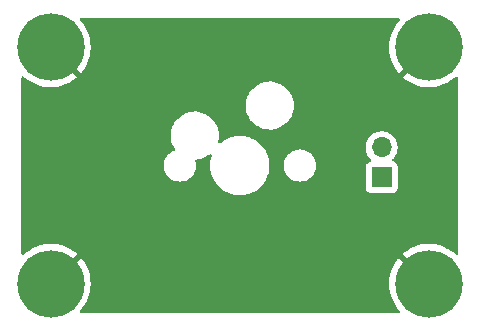
<source format=gbr>
%TF.GenerationSoftware,KiCad,Pcbnew,(5.99.0-9519-ga70106a3bd)*%
%TF.CreationDate,2021-04-17T12:17:53-04:00*%
%TF.ProjectId,hotswap-board,686f7473-7761-4702-9d62-6f6172642e6b,rev?*%
%TF.SameCoordinates,Original*%
%TF.FileFunction,Copper,L1,Top*%
%TF.FilePolarity,Positive*%
%FSLAX46Y46*%
G04 Gerber Fmt 4.6, Leading zero omitted, Abs format (unit mm)*
G04 Created by KiCad (PCBNEW (5.99.0-9519-ga70106a3bd)) date 2021-04-17 12:17:53*
%MOMM*%
%LPD*%
G01*
G04 APERTURE LIST*
%TA.AperFunction,ComponentPad*%
%ADD10C,5.700000*%
%TD*%
%TA.AperFunction,ComponentPad*%
%ADD11R,1.700000X1.700000*%
%TD*%
%TA.AperFunction,ComponentPad*%
%ADD12O,1.700000X1.700000*%
%TD*%
G04 APERTURE END LIST*
D10*
%TO.P,H4,1,1*%
%TO.N,GND*%
X-16000000Y-10000000D03*
%TD*%
%TO.P,H2,1,1*%
%TO.N,GND*%
X16000000Y-10000000D03*
%TD*%
%TO.P,H3,1,1*%
%TO.N,GND*%
X-16000000Y10000000D03*
%TD*%
%TO.P,H1,1,1*%
%TO.N,GND*%
X16000000Y10000000D03*
%TD*%
D11*
%TO.P,J1,1,Pin_1*%
%TO.N,Net-(J1-Pad1)*%
X12000000Y-1000000D03*
D12*
%TO.P,J1,2,Pin_2*%
%TO.N,Net-(J1-Pad2)*%
X12000000Y1540000D03*
%TD*%
%TA.AperFunction,Conductor*%
%TO.N,GND*%
G36*
X13507009Y12471998D02*
G01*
X13553502Y12418342D01*
X13563606Y12348068D01*
X13534699Y12284170D01*
X13330608Y12045209D01*
X13326454Y12039776D01*
X13125336Y11744949D01*
X13121801Y11739112D01*
X12953694Y11424275D01*
X12950813Y11418096D01*
X12817689Y11086940D01*
X12815498Y11080505D01*
X12718913Y10736894D01*
X12717430Y10730258D01*
X12658521Y10378235D01*
X12657762Y10371463D01*
X12637216Y10015138D01*
X12637192Y10008343D01*
X12655251Y9651866D01*
X12655961Y9645110D01*
X12712411Y9292681D01*
X12713850Y9286026D01*
X12808030Y8941763D01*
X12810179Y8935302D01*
X12940991Y8603216D01*
X12943822Y8597033D01*
X13109734Y8281016D01*
X13113217Y8275174D01*
X13312292Y7978919D01*
X13316385Y7973489D01*
X13440892Y7825631D01*
X13453631Y7817187D01*
X13464074Y7823284D01*
X15910905Y10270115D01*
X15973217Y10304141D01*
X16044032Y10299076D01*
X16089095Y10270115D01*
X16270115Y10089095D01*
X16304141Y10026783D01*
X16299076Y9955968D01*
X16270115Y9910905D01*
X13821361Y7462151D01*
X13813747Y7448207D01*
X13813823Y7447137D01*
X13817008Y7442303D01*
X14097304Y7227224D01*
X14102934Y7223369D01*
X14407897Y7037948D01*
X14413899Y7034730D01*
X14737114Y6883326D01*
X14743419Y6880778D01*
X15081099Y6765164D01*
X15087650Y6763311D01*
X15435827Y6684846D01*
X15442546Y6683709D01*
X15797170Y6643304D01*
X15803960Y6642901D01*
X16160869Y6641033D01*
X16167670Y6641365D01*
X16522697Y6678053D01*
X16529425Y6679119D01*
X16878419Y6753938D01*
X16884968Y6755717D01*
X17223845Y6867789D01*
X17230187Y6870275D01*
X17554949Y7018277D01*
X17561008Y7021444D01*
X17867888Y7203657D01*
X17873552Y7207449D01*
X18158958Y7421738D01*
X18164188Y7426127D01*
X18279907Y7534415D01*
X18343313Y7566356D01*
X18413922Y7558946D01*
X18469316Y7514538D01*
X18492000Y7442415D01*
X18492000Y-7442105D01*
X18471998Y-7510226D01*
X18418342Y-7556719D01*
X18348068Y-7566823D01*
X18279267Y-7533502D01*
X18182094Y-7441288D01*
X18176925Y-7436889D01*
X17892993Y-7220590D01*
X17887369Y-7216768D01*
X17581755Y-7032409D01*
X17575738Y-7029210D01*
X17252006Y-6878939D01*
X17245670Y-6876405D01*
X16907612Y-6761979D01*
X16901044Y-6760145D01*
X16552606Y-6682899D01*
X16545867Y-6681783D01*
X16191109Y-6642617D01*
X16184328Y-6642238D01*
X15827391Y-6641615D01*
X15820618Y-6641970D01*
X15465704Y-6679899D01*
X15458994Y-6680986D01*
X15110271Y-6757020D01*
X15103696Y-6758831D01*
X14765225Y-6872082D01*
X14758903Y-6874585D01*
X14434649Y-7023725D01*
X14428606Y-7026911D01*
X14122362Y-7210195D01*
X14116716Y-7214003D01*
X13832038Y-7429303D01*
X13826848Y-7433690D01*
X13822555Y-7437735D01*
X13814532Y-7451446D01*
X13814567Y-7452286D01*
X13819618Y-7460408D01*
X16270115Y-9910905D01*
X16304141Y-9973217D01*
X16299076Y-10044032D01*
X16270115Y-10089095D01*
X16089095Y-10270115D01*
X16026783Y-10304141D01*
X15955968Y-10299076D01*
X15910905Y-10270115D01*
X13465479Y-7824689D01*
X13451942Y-7817297D01*
X13442241Y-7824084D01*
X13330595Y-7954806D01*
X13326461Y-7960214D01*
X13125336Y-8255051D01*
X13121801Y-8260888D01*
X12953694Y-8575725D01*
X12950813Y-8581904D01*
X12817689Y-8913060D01*
X12815498Y-8919495D01*
X12718913Y-9263106D01*
X12717430Y-9269742D01*
X12658521Y-9621765D01*
X12657762Y-9628537D01*
X12637216Y-9984862D01*
X12637192Y-9991657D01*
X12655251Y-10348134D01*
X12655961Y-10354890D01*
X12712411Y-10707319D01*
X12713850Y-10713974D01*
X12808030Y-11058237D01*
X12810179Y-11064698D01*
X12940991Y-11396784D01*
X12943822Y-11402967D01*
X13109734Y-11718984D01*
X13113217Y-11724826D01*
X13312286Y-12021072D01*
X13316389Y-12026516D01*
X13533918Y-12284840D01*
X13562496Y-12349831D01*
X13551401Y-12419955D01*
X13504155Y-12472949D01*
X13437538Y-12492000D01*
X-13439486Y-12492000D01*
X-13507607Y-12471998D01*
X-13554100Y-12418342D01*
X-13564204Y-12348068D01*
X-13535011Y-12283836D01*
X-13337756Y-12054505D01*
X-13333598Y-12049107D01*
X-13131439Y-11754964D01*
X-13127892Y-11749153D01*
X-12958689Y-11434908D01*
X-12955782Y-11428730D01*
X-12821501Y-11098038D01*
X-12819287Y-11091608D01*
X-12721507Y-10748346D01*
X-12720000Y-10741716D01*
X-12659859Y-10389881D01*
X-12659079Y-10383141D01*
X-12637192Y-10025275D01*
X-12637076Y-10021673D01*
X-12637006Y-10001820D01*
X-12637098Y-9998193D01*
X-12656486Y-9640200D01*
X-12657221Y-9633434D01*
X-12714899Y-9281218D01*
X-12716366Y-9274546D01*
X-12811742Y-8930634D01*
X-12813916Y-8924170D01*
X-12945885Y-8592547D01*
X-12948741Y-8586367D01*
X-13115751Y-8270939D01*
X-13119251Y-8265114D01*
X-13319363Y-7969550D01*
X-13323477Y-7964130D01*
X-13440911Y-7825656D01*
X-13453737Y-7817219D01*
X-13464062Y-7823272D01*
X-15910905Y-10270115D01*
X-15973217Y-10304141D01*
X-16044032Y-10299076D01*
X-16089095Y-10270115D01*
X-16270115Y-10089095D01*
X-16304141Y-10026783D01*
X-16299076Y-9955968D01*
X-16270115Y-9910905D01*
X-13821786Y-7462576D01*
X-13814172Y-7448632D01*
X-13814240Y-7447677D01*
X-13819183Y-7440202D01*
X-13823085Y-7436881D01*
X-14107007Y-7220590D01*
X-14112631Y-7216768D01*
X-14418245Y-7032409D01*
X-14424262Y-7029210D01*
X-14747994Y-6878939D01*
X-14754330Y-6876405D01*
X-15092388Y-6761979D01*
X-15098956Y-6760145D01*
X-15447394Y-6682899D01*
X-15454133Y-6681783D01*
X-15808891Y-6642617D01*
X-15815672Y-6642238D01*
X-16172609Y-6641615D01*
X-16179382Y-6641970D01*
X-16534296Y-6679899D01*
X-16541006Y-6680986D01*
X-16889729Y-6757020D01*
X-16896304Y-6758831D01*
X-17234775Y-6872082D01*
X-17241097Y-6874585D01*
X-17565351Y-7023725D01*
X-17571394Y-7026911D01*
X-17877638Y-7210195D01*
X-17883284Y-7214003D01*
X-18167951Y-7429295D01*
X-18173152Y-7433690D01*
X-18279587Y-7533989D01*
X-18342881Y-7566150D01*
X-18413516Y-7558986D01*
X-18469064Y-7514772D01*
X-18492000Y-7442289D01*
X-18492000Y-102301D01*
X-6440559Y-102301D01*
X-6403871Y-330078D01*
X-6329330Y-548418D01*
X-6219066Y-751076D01*
X-6076233Y-932259D01*
X-6072273Y-935830D01*
X-6072272Y-935832D01*
X-5954401Y-1042149D01*
X-5904915Y-1086785D01*
X-5900408Y-1089640D01*
X-5900405Y-1089642D01*
X-5792601Y-1157925D01*
X-5710010Y-1210238D01*
X-5705084Y-1212294D01*
X-5705083Y-1212294D01*
X-5554189Y-1275259D01*
X-5497091Y-1299085D01*
X-5491887Y-1300282D01*
X-5491886Y-1300282D01*
X-5277449Y-1349592D01*
X-5277444Y-1349593D01*
X-5272246Y-1350788D01*
X-5266918Y-1351091D01*
X-5266915Y-1351091D01*
X-5108677Y-1360076D01*
X-5041904Y-1363868D01*
X-5036597Y-1363268D01*
X-5036595Y-1363268D01*
X-4926203Y-1350788D01*
X-4812651Y-1337951D01*
X-4807530Y-1336468D01*
X-4807525Y-1336467D01*
X-4596161Y-1275259D01*
X-4596162Y-1275259D01*
X-4591043Y-1273777D01*
X-4459898Y-1210238D01*
X-4388220Y-1175510D01*
X-4383415Y-1173182D01*
X-4266512Y-1089642D01*
X-4200051Y-1042149D01*
X-4200049Y-1042147D01*
X-4195705Y-1039043D01*
X-4033280Y-875194D01*
X-3900783Y-686320D01*
X-3802004Y-477823D01*
X-3739767Y-255663D01*
X-3729223Y-154496D01*
X-3716158Y-29143D01*
X-3716157Y-29133D01*
X-3715851Y-26193D01*
X-3715600Y0D01*
X-3726042Y123061D01*
X-3734655Y224576D01*
X-3734656Y224580D01*
X-3735106Y229887D01*
X-3767629Y355192D01*
X-3765382Y426151D01*
X-3725128Y484633D01*
X-3658841Y512155D01*
X-3554666Y523104D01*
X-3460567Y532994D01*
X-3460565Y532994D01*
X-3456192Y533454D01*
X-3281767Y576943D01*
X-3184653Y601156D01*
X-3184651Y601157D01*
X-3180378Y602222D01*
X-2916819Y708707D01*
X-2670644Y850836D01*
X-2572076Y927845D01*
X-2506083Y954023D01*
X-2436412Y940365D01*
X-2385185Y891209D01*
X-2368666Y822161D01*
X-2374671Y789620D01*
X-2413620Y669745D01*
X-2428625Y623565D01*
X-2487628Y314261D01*
X-2507400Y0D01*
X-2487628Y-314261D01*
X-2428625Y-623565D01*
X-2331322Y-923036D01*
X-2197251Y-1207949D01*
X-2195133Y-1211287D01*
X-2195131Y-1211290D01*
X-2138655Y-1300282D01*
X-2028529Y-1473813D01*
X-1827816Y-1716433D01*
X-1598277Y-1931985D01*
X-1343532Y-2117068D01*
X-1340063Y-2118975D01*
X-1340060Y-2118977D01*
X-1123417Y-2238077D01*
X-1067599Y-2268763D01*
X-945524Y-2317096D01*
X-778512Y-2383221D01*
X-778509Y-2383222D01*
X-774829Y-2384679D01*
X-770995Y-2385663D01*
X-770987Y-2385666D01*
X-582204Y-2434137D01*
X-469840Y-2462987D01*
X-465912Y-2463483D01*
X-465908Y-2463484D01*
X-342078Y-2479127D01*
X-157441Y-2502452D01*
X157441Y-2502452D01*
X342078Y-2479127D01*
X465908Y-2463484D01*
X465912Y-2463483D01*
X469840Y-2462987D01*
X582204Y-2434137D01*
X770987Y-2385666D01*
X770995Y-2385663D01*
X774829Y-2384679D01*
X778509Y-2383222D01*
X778512Y-2383221D01*
X945524Y-2317096D01*
X1067599Y-2268763D01*
X1123417Y-2238077D01*
X1340060Y-2118977D01*
X1340063Y-2118975D01*
X1343532Y-2117068D01*
X1598277Y-1931985D01*
X1827816Y-1716433D01*
X2028529Y-1473813D01*
X2138655Y-1300282D01*
X2195131Y-1211290D01*
X2195133Y-1211287D01*
X2197251Y-1207949D01*
X2331322Y-923036D01*
X2428625Y-623565D01*
X2487628Y-314261D01*
X2500964Y-102301D01*
X3719441Y-102301D01*
X3756129Y-330078D01*
X3830670Y-548418D01*
X3940934Y-751076D01*
X4083767Y-932259D01*
X4087727Y-935830D01*
X4087728Y-935832D01*
X4205599Y-1042149D01*
X4255085Y-1086785D01*
X4259592Y-1089640D01*
X4259595Y-1089642D01*
X4367399Y-1157925D01*
X4449990Y-1210238D01*
X4454916Y-1212294D01*
X4454917Y-1212294D01*
X4605811Y-1275259D01*
X4662909Y-1299085D01*
X4668113Y-1300282D01*
X4668114Y-1300282D01*
X4882551Y-1349592D01*
X4882556Y-1349593D01*
X4887754Y-1350788D01*
X4893082Y-1351091D01*
X4893085Y-1351091D01*
X5051323Y-1360076D01*
X5118096Y-1363868D01*
X5123403Y-1363268D01*
X5123405Y-1363268D01*
X5233797Y-1350788D01*
X5347349Y-1337951D01*
X5352470Y-1336468D01*
X5352475Y-1336467D01*
X5563839Y-1275259D01*
X5563838Y-1275259D01*
X5568957Y-1273777D01*
X5700102Y-1210238D01*
X5771780Y-1175510D01*
X5776585Y-1173182D01*
X5893488Y-1089642D01*
X5959949Y-1042149D01*
X5959951Y-1042147D01*
X5964295Y-1039043D01*
X6126720Y-875194D01*
X6259217Y-686320D01*
X6357996Y-477823D01*
X6420233Y-255663D01*
X6430777Y-154496D01*
X6431246Y-150000D01*
X10636500Y-150000D01*
X10636500Y-1850000D01*
X10641727Y-1923079D01*
X10682904Y-2063316D01*
X10687775Y-2070895D01*
X10757051Y-2178691D01*
X10757053Y-2178694D01*
X10761923Y-2186271D01*
X10768733Y-2192172D01*
X10865569Y-2276082D01*
X10865572Y-2276084D01*
X10872381Y-2281984D01*
X11005330Y-2342700D01*
X11014245Y-2343982D01*
X11014246Y-2343982D01*
X11145552Y-2362861D01*
X11145559Y-2362862D01*
X11150000Y-2363500D01*
X12850000Y-2363500D01*
X12923079Y-2358273D01*
X13001165Y-2335345D01*
X13054670Y-2319635D01*
X13054672Y-2319634D01*
X13063316Y-2317096D01*
X13138523Y-2268763D01*
X13178691Y-2242949D01*
X13178694Y-2242947D01*
X13186271Y-2238077D01*
X13226048Y-2192172D01*
X13276082Y-2134431D01*
X13276084Y-2134428D01*
X13281984Y-2127619D01*
X13285931Y-2118977D01*
X13338958Y-2002864D01*
X13338958Y-2002863D01*
X13342700Y-1994670D01*
X13352061Y-1929562D01*
X13362861Y-1854448D01*
X13362862Y-1854441D01*
X13363500Y-1850000D01*
X13363500Y-150000D01*
X13358273Y-76921D01*
X13317096Y63316D01*
X13271393Y134431D01*
X13242949Y178691D01*
X13242947Y178694D01*
X13238077Y186271D01*
X13187742Y229887D01*
X13134431Y276082D01*
X13134428Y276084D01*
X13127619Y281984D01*
X12994670Y342700D01*
X12987612Y343715D01*
X12928687Y381583D01*
X12899193Y446164D01*
X12909296Y516438D01*
X12934427Y552803D01*
X12936199Y554590D01*
X13046030Y665383D01*
X13118133Y768166D01*
X13175375Y849764D01*
X13175376Y849766D01*
X13178439Y854132D01*
X13277153Y1062492D01*
X13339349Y1284506D01*
X13344194Y1330988D01*
X13359079Y1473813D01*
X13363249Y1513824D01*
X13363500Y1540000D01*
X13359473Y1587462D01*
X13344458Y1764424D01*
X13344457Y1764428D01*
X13344007Y1769735D01*
X13310551Y1898637D01*
X13287426Y1987731D01*
X13286084Y1992902D01*
X13234731Y2106902D01*
X13193578Y2198257D01*
X13193577Y2198259D01*
X13191388Y2203118D01*
X13062627Y2394374D01*
X12903482Y2561201D01*
X12718504Y2698829D01*
X12713753Y2701245D01*
X12713749Y2701247D01*
X12517740Y2800903D01*
X12517739Y2800903D01*
X12512982Y2803322D01*
X12372033Y2847088D01*
X12297895Y2870109D01*
X12297889Y2870110D01*
X12292792Y2871693D01*
X12187798Y2885609D01*
X12069515Y2901286D01*
X12069510Y2901286D01*
X12064230Y2901986D01*
X12058900Y2901786D01*
X12058899Y2901786D01*
X11949030Y2897661D01*
X11833831Y2893337D01*
X11751368Y2876034D01*
X11613411Y2847088D01*
X11613408Y2847087D01*
X11608184Y2845991D01*
X11393740Y2761303D01*
X11196631Y2641694D01*
X11192601Y2638197D01*
X11035595Y2501955D01*
X11022492Y2490585D01*
X11019109Y2486459D01*
X11019105Y2486455D01*
X10943604Y2394374D01*
X10876304Y2312295D01*
X10873665Y2307659D01*
X10873663Y2307656D01*
X10844506Y2256435D01*
X10762245Y2111923D01*
X10683578Y1895198D01*
X10682629Y1889949D01*
X10682628Y1889946D01*
X10660890Y1769735D01*
X10642551Y1668317D01*
X10642500Y1662977D01*
X10640423Y1446591D01*
X10640338Y1437767D01*
X10677002Y1210139D01*
X10751494Y991944D01*
X10754044Y987257D01*
X10754045Y987255D01*
X10787033Y926625D01*
X10861685Y789420D01*
X11004424Y608356D01*
X11064034Y554589D01*
X11101219Y494112D01*
X11099805Y423129D01*
X11060240Y364179D01*
X11015138Y340132D01*
X10945330Y319635D01*
X10945328Y319634D01*
X10936684Y317096D01*
X10898528Y292574D01*
X10821309Y242949D01*
X10821306Y242947D01*
X10813729Y238077D01*
X10807828Y231267D01*
X10723918Y134431D01*
X10723916Y134428D01*
X10718016Y127619D01*
X10657300Y-5330D01*
X10656018Y-14245D01*
X10656018Y-14246D01*
X10637139Y-145552D01*
X10637138Y-145559D01*
X10636500Y-150000D01*
X6431246Y-150000D01*
X6443842Y-29143D01*
X6443843Y-29133D01*
X6444149Y-26193D01*
X6444400Y0D01*
X6433958Y123061D01*
X6425345Y224576D01*
X6425344Y224580D01*
X6424894Y229887D01*
X6423556Y235044D01*
X6423555Y235048D01*
X6368275Y448030D01*
X6366933Y453201D01*
X6272175Y663556D01*
X6143329Y854938D01*
X5984079Y1021875D01*
X5798978Y1159594D01*
X5794227Y1162010D01*
X5794223Y1162012D01*
X5598078Y1261737D01*
X5598077Y1261737D01*
X5593320Y1264156D01*
X5455814Y1306853D01*
X5378088Y1330988D01*
X5378082Y1330989D01*
X5372985Y1332572D01*
X5267929Y1346496D01*
X5149557Y1362185D01*
X5149552Y1362185D01*
X5144272Y1362885D01*
X5138943Y1362685D01*
X5138941Y1362685D01*
X5028997Y1358558D01*
X4913721Y1354230D01*
X4687925Y1306853D01*
X4682969Y1304896D01*
X4682963Y1304894D01*
X4573684Y1261737D01*
X4473340Y1222109D01*
X4276100Y1102421D01*
X4272070Y1098924D01*
X4154611Y996998D01*
X4101847Y951212D01*
X4098460Y947081D01*
X3958946Y776933D01*
X3958942Y776927D01*
X3955562Y772805D01*
X3841428Y572300D01*
X3762709Y355432D01*
X3761760Y350183D01*
X3761759Y350180D01*
X3730749Y178691D01*
X3721655Y128401D01*
X3720568Y15148D01*
X3719685Y-76921D01*
X3719441Y-102301D01*
X2500964Y-102301D01*
X2507400Y0D01*
X2487628Y314261D01*
X2428625Y623565D01*
X2413621Y669745D01*
X2355129Y849764D01*
X2331322Y923036D01*
X2197251Y1207949D01*
X2190022Y1219341D01*
X2048015Y1443108D01*
X2028529Y1473813D01*
X1976226Y1537037D01*
X1940908Y1579728D01*
X1827816Y1716433D01*
X1598277Y1931985D01*
X1343532Y2117068D01*
X1336866Y2120733D01*
X1071061Y2266860D01*
X1071058Y2266861D01*
X1067599Y2268763D01*
X908318Y2331827D01*
X778512Y2383221D01*
X778509Y2383222D01*
X774829Y2384679D01*
X770995Y2385663D01*
X770987Y2385666D01*
X582204Y2434137D01*
X469840Y2462987D01*
X465912Y2463483D01*
X465908Y2463484D01*
X342078Y2479127D01*
X157441Y2502452D01*
X-157441Y2502452D01*
X-342078Y2479127D01*
X-465908Y2463484D01*
X-465912Y2463483D01*
X-469840Y2462987D01*
X-582204Y2434137D01*
X-770987Y2385666D01*
X-770995Y2385663D01*
X-774829Y2384679D01*
X-778509Y2383222D01*
X-778512Y2383221D01*
X-908318Y2331827D01*
X-1067599Y2268763D01*
X-1071058Y2266861D01*
X-1071061Y2266860D01*
X-1336865Y2120733D01*
X-1343532Y2117068D01*
X-1598277Y1931985D01*
X-1631333Y1900944D01*
X-1633789Y1898637D01*
X-1697139Y1866586D01*
X-1767761Y1873873D01*
X-1823232Y1918184D01*
X-1845941Y1985450D01*
X-1843289Y2016684D01*
X-1793242Y2252139D01*
X-1793242Y2252141D01*
X-1792329Y2256435D01*
X-1777850Y2463484D01*
X-1772807Y2535610D01*
X-1772500Y2540000D01*
X-1783384Y2695643D01*
X-1792022Y2819180D01*
X-1792023Y2819185D01*
X-1792329Y2823565D01*
X-1796678Y2844028D01*
X-1822997Y2967847D01*
X-1851429Y3101611D01*
X-1866810Y3143872D01*
X-1928567Y3313546D01*
X-1948651Y3368726D01*
X-2004854Y3474428D01*
X-2080032Y3615819D01*
X-2080036Y3615825D01*
X-2082102Y3619711D01*
X-2112598Y3661686D01*
X-2246595Y3846117D01*
X-2246597Y3846120D01*
X-2249184Y3849680D01*
X-2277514Y3879017D01*
X-2443592Y4050996D01*
X-2443596Y4050999D01*
X-2446646Y4054158D01*
X-2670644Y4229164D01*
X-2916819Y4371293D01*
X-3180378Y4477778D01*
X-3184651Y4478843D01*
X-3184653Y4478844D01*
X-3451921Y4545481D01*
X-3451919Y4545481D01*
X-3456192Y4546546D01*
X-3460560Y4547005D01*
X-3460565Y4547006D01*
X-3734523Y4575800D01*
X-3734526Y4575800D01*
X-3738892Y4576259D01*
X-3743280Y4576106D01*
X-3743286Y4576106D01*
X-4018579Y4566492D01*
X-4018585Y4566491D01*
X-4022977Y4566338D01*
X-4302916Y4516978D01*
X-4573261Y4429137D01*
X-4577214Y4427209D01*
X-4577219Y4427207D01*
X-4696372Y4369092D01*
X-4828750Y4304527D01*
X-4832389Y4302072D01*
X-4832395Y4302069D01*
X-5060764Y4148032D01*
X-5060771Y4148027D01*
X-5064410Y4145572D01*
X-5275655Y3955366D01*
X-5278484Y3951994D01*
X-5455544Y3740983D01*
X-5455548Y3740978D01*
X-5458372Y3737612D01*
X-5609006Y3496548D01*
X-5724624Y3236866D01*
X-5802976Y2963620D01*
X-5803587Y2959270D01*
X-5803588Y2959267D01*
X-5812826Y2893537D01*
X-5842537Y2682129D01*
X-5842537Y2397871D01*
X-5802976Y2116380D01*
X-5724624Y1843134D01*
X-5609006Y1583452D01*
X-5540495Y1473813D01*
X-5523485Y1446591D01*
X-5504349Y1378222D01*
X-5525214Y1310361D01*
X-5584057Y1262629D01*
X-5686660Y1222109D01*
X-5883900Y1102421D01*
X-5887930Y1098924D01*
X-6005389Y996998D01*
X-6058153Y951212D01*
X-6061540Y947081D01*
X-6201054Y776933D01*
X-6201058Y776927D01*
X-6204438Y772805D01*
X-6318572Y572300D01*
X-6397291Y355432D01*
X-6398240Y350183D01*
X-6398241Y350180D01*
X-6429251Y178691D01*
X-6438345Y128401D01*
X-6439432Y15148D01*
X-6440315Y-76921D01*
X-6440559Y-102301D01*
X-18492000Y-102301D01*
X-18492000Y5222129D01*
X507463Y5222129D01*
X507463Y4937871D01*
X547024Y4656380D01*
X625376Y4383134D01*
X740994Y4123452D01*
X891628Y3882388D01*
X894452Y3879022D01*
X894456Y3879017D01*
X982674Y3773883D01*
X1074345Y3664634D01*
X1285590Y3474428D01*
X1289229Y3471973D01*
X1289236Y3471968D01*
X1517605Y3317931D01*
X1517611Y3317928D01*
X1521250Y3315473D01*
X1525201Y3313546D01*
X1772781Y3192793D01*
X1772786Y3192791D01*
X1776739Y3190863D01*
X2047084Y3103022D01*
X2327023Y3053662D01*
X2331415Y3053509D01*
X2331421Y3053508D01*
X2606714Y3043894D01*
X2606720Y3043894D01*
X2611108Y3043741D01*
X2615474Y3044200D01*
X2615477Y3044200D01*
X2889435Y3072994D01*
X2889440Y3072995D01*
X2893808Y3073454D01*
X3030261Y3107476D01*
X3165347Y3141156D01*
X3165349Y3141157D01*
X3169622Y3142222D01*
X3433181Y3248707D01*
X3679356Y3390836D01*
X3903354Y3565842D01*
X3951617Y3615819D01*
X4097758Y3767153D01*
X4097760Y3767156D01*
X4100816Y3770320D01*
X4155886Y3846117D01*
X4265309Y3996725D01*
X4265311Y3996729D01*
X4267898Y4000289D01*
X4269964Y4004175D01*
X4269968Y4004181D01*
X4389593Y4229164D01*
X4401349Y4251274D01*
X4450881Y4387361D01*
X4497066Y4514253D01*
X4497067Y4514258D01*
X4498571Y4518389D01*
X4557671Y4796435D01*
X4577500Y5080000D01*
X4557671Y5363565D01*
X4498571Y5641611D01*
X4401349Y5908726D01*
X4331405Y6040272D01*
X4269968Y6155819D01*
X4269964Y6155825D01*
X4267898Y6159711D01*
X4184950Y6273880D01*
X4103405Y6386117D01*
X4103403Y6386120D01*
X4100816Y6389680D01*
X4002013Y6491994D01*
X3906408Y6590996D01*
X3906404Y6590999D01*
X3903354Y6594158D01*
X3679356Y6769164D01*
X3433181Y6911293D01*
X3169622Y7017778D01*
X3165349Y7018843D01*
X3165347Y7018844D01*
X2898079Y7085481D01*
X2898081Y7085481D01*
X2893808Y7086546D01*
X2889440Y7087005D01*
X2889435Y7087006D01*
X2615477Y7115800D01*
X2615474Y7115800D01*
X2611108Y7116259D01*
X2606720Y7116106D01*
X2606714Y7116106D01*
X2331421Y7106492D01*
X2331415Y7106491D01*
X2327023Y7106338D01*
X2047084Y7056978D01*
X1776739Y6969137D01*
X1772786Y6967209D01*
X1772781Y6967207D01*
X1653628Y6909092D01*
X1521250Y6844527D01*
X1517611Y6842072D01*
X1517605Y6842069D01*
X1289236Y6688032D01*
X1289229Y6688027D01*
X1285590Y6685572D01*
X1074345Y6495366D01*
X1071516Y6491994D01*
X894456Y6280983D01*
X894452Y6280978D01*
X891628Y6277612D01*
X740994Y6036548D01*
X625376Y5776866D01*
X547024Y5503620D01*
X507463Y5222129D01*
X-18492000Y5222129D01*
X-18492000Y7441860D01*
X-18471998Y7509981D01*
X-18418342Y7556474D01*
X-18348068Y7566578D01*
X-18278949Y7532954D01*
X-18191017Y7448924D01*
X-18185849Y7444496D01*
X-17902696Y7227224D01*
X-17897066Y7223369D01*
X-17592103Y7037948D01*
X-17586101Y7034730D01*
X-17262886Y6883326D01*
X-17256581Y6880778D01*
X-16918901Y6765164D01*
X-16912350Y6763311D01*
X-16564173Y6684846D01*
X-16557454Y6683709D01*
X-16202830Y6643304D01*
X-16196040Y6642901D01*
X-15839131Y6641033D01*
X-15832330Y6641365D01*
X-15477303Y6678053D01*
X-15470575Y6679119D01*
X-15121581Y6753938D01*
X-15115032Y6755717D01*
X-14776155Y6867789D01*
X-14769813Y6870275D01*
X-14445051Y7018277D01*
X-14438992Y7021444D01*
X-14132112Y7203657D01*
X-14126448Y7207449D01*
X-13841038Y7421741D01*
X-13835812Y7426126D01*
X-13822963Y7438150D01*
X-13814895Y7451828D01*
X-13814923Y7452554D01*
X-13820065Y7460855D01*
X-16270115Y9910905D01*
X-16304141Y9973217D01*
X-16299076Y10044032D01*
X-16270115Y10089095D01*
X-16089095Y10270115D01*
X-16026783Y10304141D01*
X-15955968Y10299076D01*
X-15910905Y10270115D01*
X-13465489Y7824699D01*
X-13451892Y7817274D01*
X-13442283Y7823971D01*
X-13337749Y7945502D01*
X-13333600Y7950890D01*
X-13131439Y8245036D01*
X-13127892Y8250847D01*
X-12958689Y8565092D01*
X-12955782Y8571270D01*
X-12821501Y8901962D01*
X-12819287Y8908392D01*
X-12721507Y9251654D01*
X-12720000Y9258284D01*
X-12659859Y9610119D01*
X-12659079Y9616859D01*
X-12637192Y9974725D01*
X-12637076Y9978327D01*
X-12637006Y9998180D01*
X-12637098Y10001807D01*
X-12656486Y10359800D01*
X-12657221Y10366566D01*
X-12714899Y10718782D01*
X-12716366Y10725454D01*
X-12811742Y11069366D01*
X-12813916Y11075830D01*
X-12945885Y11407453D01*
X-12948741Y11413633D01*
X-13115751Y11729061D01*
X-13119251Y11734886D01*
X-13319363Y12030450D01*
X-13323477Y12035869D01*
X-13534335Y12284505D01*
X-13563140Y12349395D01*
X-13552290Y12419558D01*
X-13505229Y12472716D01*
X-13438239Y12492000D01*
X13438888Y12492000D01*
X13507009Y12471998D01*
G37*
%TD.AperFunction*%
%TD*%
M02*

</source>
